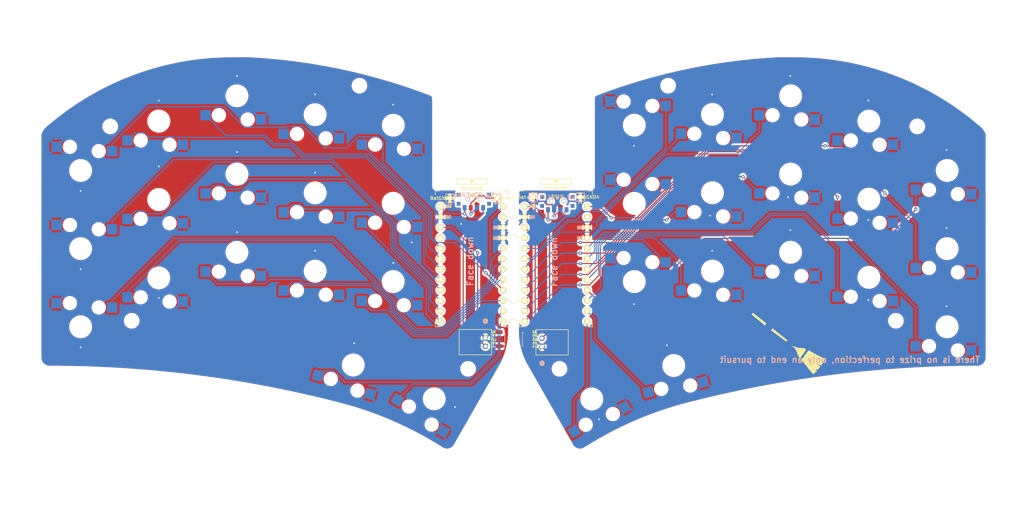
<source format=kicad_pcb>
(kicad_pcb (version 20241229) (generator "pcbnew") (generator_version "9.0")
  (layers (0 "F.Cu" signal) (2 "B.Cu" signal) (13 "F.Paste" user) (15 "B.Paste" user) (5 "F.SilkS" user "F.Silkscreen") (7 "B.SilkS" user "B.Silkscreen") (1 "F.Mask" user) (3 "B.Mask" user) (25 "Edge.Cuts" user))
  (net 0 "")
  (net 1 "BT+")
  (net 2 "gnd")
  (net 3 "vcc")
  (net 4 "Switch18")
  (net 5 "reset")
  (net 6 "Switch1")
  (net 7 "Switch2")
  (net 8 "Switch3")
  (net 9 "Switch4")
  (net 10 "Switch5")
  (net 11 "Switch6")
  (net 12 "Switch7")
  (net 13 "Switch8")
  (net 14 "Switch9")
  (net 15 "Switch10")
  (net 16 "Switch11")
  (net 17 "Switch12")
  (net 18 "Switch13")
  (net 19 "Switch14")
  (net 20 "Switch15")
  (net 21 "Switch16")
  (net 22 "Switch17")
  (net 23 "raw")
  (net 24 "BT+_r")
  (net 25 "Switch18_r")
  (net 26 "reset_r")
  (net 27 "Switch9_r")
  (net 28 "Switch10_r")
  (net 29 "Switch11_r")
  (net 30 "Switch12_r")
  (net 31 "Switch13_r")
  (net 32 "Switch14_r")
  (net 33 "Switch15_r")
  (net 34 "Switch16_r")
  (net 35 "Switch17_r")
  (net 36 "Switch1_r")
  (net 37 "Switch2_r")
  (net 38 "Switch3_r")
  (net 39 "Switch4_r")
  (net 40 "Switch5_r")
  (net 41 "Switch6_r")
  (net 42 "Switch7_r")
  (net 43 "Switch8_r")
  (footprint "kbd:1pin_conn" (layer "F.Cu") (at 146.190005 83.736002)
    (property "Reference" "Bat+r1")
    (property "Value" "MountingHole_Pad" (hide yes))
  )
  (footprint "kbd:1pin_conn" (layer "F.Cu") (at 134.760005 83.736002)
    (property "Reference" "BatGND1")
    (property "Value" "MountingHole_Pad" (hide yes))
  )
  (footprint "kbd:SW_SPST_B3U-1000P" (layer "F.Cu") (at 146.7 118 90)
    (property "Reference" "RSW1" (hide yes))
    (property "Value" "SW_Push")
  )
  (footprint "kbd:ProMicro_v3_min" (layer "F.Cu") (at 140.094 100.246)
    (property "Reference" "U1" (hide yes))
    (property "Value" "ProMicro-kbd" (hide yes))
  )
  (footprint "kbd:1pin_conn" (layer "F.Cu") (at 166.45984 83.482002)
    (property "Reference" "BatGND4")
    (property "Value" "MountingHole_Pad" (hide yes))
  )
  (footprint "kbd:SW_SPST_B3U-1000P" (layer "F.Cu") (at 153.8 118 90)
    (property "Reference" "RSW2" (hide yes))
    (property "Value" "SW_Push")
  )
  (footprint "kbd:1pin_conn" (layer "F.Cu") (at 155.02984 83.482002)
    (property "Reference" "Bat+1")
    (property "Value" "MountingHole_Pad" (hide yes))
  )
  (footprint "Kailh:ferris_broom" (layer "F.Cu") (at 215.84984 118.872 7)
    (property "Reference" "G***" (hide yes))
    (property "Value" "LOGO" (hide yes))
  )
  (footprint "kbd:ProMicro_v3_min" (layer "F.Cu") (at 160.51784 100.246)
    (property "Reference" "U2" (hide yes))
    (property "Value" "ProMicro-kbd" (hide yes))
  )
  (footprint "Duckyb-Parts:mouse-bite-5mm-slot-with-space-for-track" (layer "F.Cu") (at 150.241 90.678)
    (property "Reference" "mouse-bite-5mm-slot" (hide yes))
    (property "Value" "VAL**" (hide yes))
  )
  (footprint "Duckyb-Parts:mouse-bite-5mm-slot-with-space-for-track" (layer "F.Cu") (at 150.241 111.1885)
    (property "Reference" "mouse-bite-5mm-slot" (hide yes))
    (property "Value" "VAL**" (hide yes))
  )
  (footprint "duckyb-footprints:MountingHole_3.35mm" (layer "F.Cu") (at 112.776 56.388)
    (property "Reference" "Mounting 01" (hide yes))
    (property "Value" "MountingHole_3.35mm")
  )
  (footprint "duckyb-footprints:MountingHole_3.35mm" (layer "F.Cu") (at 52.197 66.294)
    (property "Reference" "Mounting 04" (hide yes))
    (property "Value" "MountingHole_3.35mm")
  )
  (footprint "" (layer "F.Cu") (at 57.404 113.538)
    (property "Reference" "")
    (property "Value" "")
  )
  (footprint "other jst:CONN_S2B-PH-K-S_JST" (layer "F.Cu") (at 157.1527 119.7681 90)
    (property "Reference" "REF**")
    (property "Value" "CONN_S2B-PH-K-S_JST")
  )
  (footprint "other jst:CONN_S2B-PH-K-S_JST" (layer "F.Cu") (at 143.4 117.7319 -90)
    (property "Reference" "REF**")
    (property "Value" "CONN_S2B-PH-K-S_JST")
  )
  (footprint "duckyb-footprints:MountingHole_3.35mm" (layer "F.Cu") (at 139.192 125.222)
    (property "Reference" "Mounting 02" (hide yes))
    (property "Value" "MountingHole_3.35mm")
  )
  (footprint "duckyb-footprints:MountingHole_3.35mm" (layer "F.Cu") (at 57.404 113.538)
    (property "Reference" "Mounting 03" (hide yes))
    (property "Value" "MountingHole_3.35mm")
  )
  (footprint "Kailh:SPDT_C128955r" (layer "F.Cu") (at 160.87184 84.498)
    (property "Reference" "SW2")
    (property "Value" "SW_SPDT")
  )
  (footprint "Kailh:SPDT_C128955r" (layer "F.Cu") (at 140.602 83.99)
    (property "Reference" "SW2")
    (property "Value" "SW_SPDT")
  )
  (footprint "Gateron_KS33_Hotswap:Gateron-KS33-Hotswap-1U" (layer "B.Cu") (at 45 77)
    (property "Reference" "SW2")
    (property "Value" "SW_Push")
  )
  (footprint "Gateron_KS33_Hotswap:Gateron-KS33-Hotswap-1U" (layer "B.Cu") (at 64 65 180)
    (property "Reference" "SW3")
    (property "Value" "SW_Push")
  )
  (footprint "Gateron_KS33_Hotswap:Gateron-KS33-Hotswap-1U" (layer "B.Cu") (at 83 58.86 180)
    (property "Reference" "SW4")
    (property "Value" "SW_Push")
  )
  (footprint "Gateron_KS33_Hotswap:Gateron-KS33-Hotswap-1U" (layer "B.Cu") (at 101.994 63.432 180)
    (property "Reference" "SW5")
    (property "Value" "SW_Push")
  )
  (footprint "Gateron_KS33_Hotswap:Gateron-KS33-Hotswap-1U" (layer "B.Cu") (at 121 66 180)
    (property "Reference" "SW6")
    (property "Value" "SW_Push")
  )
  (footprint "Gateron_KS33_Hotswap:Gateron-KS33-Hotswap-1U" (layer "B.Cu") (at 45 96)
    (property "Reference" "SW8")
    (property "Value" "SW_Push")
  )
  (footprint "Gateron_KS33_Hotswap:Gateron-KS33-Hotswap-1U" (layer "B.Cu") (at 64 84.074 180)
    (property "Reference" "SW9")
    (property "Value" "SW_Push")
  )
  (footprint "Gateron_KS33_Hotswap:Gateron-KS33-Hotswap-1U" (layer "B.Cu") (at 83 77.878 180)
    (property "Reference" "SW10")
    (property "Value" "SW_Push")
  )
  (footprint "Gateron_KS33_Hotswap:Gateron-KS33-Hotswap-1U" (layer "B.Cu") (at 102 82.45 180)
    (property "Reference" "SW11")
    (property "Value" "SW_Push")
  )
  (footprint "Gateron_KS33_Hotswap:Gateron-KS33-Hotswap-1U" (layer "B.Cu") (at 120.98 84.99 180)
    (property "Reference" "SW12")
    (property "Value" "SW_Push")
  )
  (footprint "Gateron_KS33_Hotswap:Gateron-KS33-Hotswap-1U" (layer "B.Cu") (at 45 115)
    (property "Reference" "SW14")
    (property "Value" "SW_Push")
  )
  (footprint "Gateron_KS33_Hotswap:Gateron-KS33-Hotswap-1U" (layer "B.Cu") (at 64.008 103.124 180)
    (property "Reference" "SW15")
    (property "Value" "SW_Push")
  )
  (footprint "Gateron_KS33_Hotswap:Gateron-KS33-Hotswap-1U" (layer "B.Cu") (at 83 96.896 180)
    (property "Reference" "SW16")
    (property "Value" "SW_Push")
  )
  (footprint "Gateron_KS33_Hotswap:Gateron-KS33-Hotswap-1U" (layer "B.Cu") (at 102 101.468 180)
    (property "Reference" "SW17")
    (property "Value" "SW_Push")
  )
  (footprint "Gateron_KS33_Hotswap:Gateron-KS33-Hotswap-1U" (layer "B.Cu") (at 111.272 124.288 165)
    (property "Reference" "SW20")
    (property "Value" "SW_Push")
  )
  (footprint "Gateron_KS33_Hotswap:Gateron-KS33-Hotswap-1U" (layer "B.Cu") (at 130.95 132.504 150)
    (property "Reference" "SW21")
    (property "Value" "SW_Push")
  )
  (footprint "Kailh:SPDT_C128955" (layer "B.Cu") (at 140.602 83.99 180)
    (property "Reference" "SW_POWERR1")
    (property "Value" "SW_SPDT")
  )
  (footprint "Gateron_KS33_Hotswap:Gateron-KS33-Hotswap-1U" (layer "B.Cu") (at 120.98 104.008 180)
    (property "Reference" "SW18")
    (property "Value" "SW_Push")
  )
  (footprint "Kailh:SPDT_C128955" (layer "B.Cu") (at 160.87184 84.498 180)
    (property "Reference" "SW_POWER1")
    (property "Value" "SW_SPDT")
  )
  (footprint "Gateron_KS33_Hotswap:Gateron-KS33-Hotswap-1U" (layer "B.Cu") (at 198.58584 82.418 180)
    (property "Reference" "SW10_r1")
    (property "Value" "SW_Push")
  )
  (footprint "Gateron_KS33_Hotswap:Gateron-KS33-Hotswap-1U" (layer "B.Cu") (at 255.63184 115 180)
    (property "Reference" "SW12_r1")
    (property "Value" "SW_Push")
  )
  (footprint "Gateron_KS33_Hotswap:Gateron-KS33-Hotswap-1U" (layer "B.Cu") (at 217.58784 96.896 180)
    (property "Reference" "SW14_r1")
    (property "Value" "SW_Push")
  )
  (footprint "Gateron_KS33_Hotswap:Gateron-KS33-Hotswap-1U" (layer "B.Cu") (at 198.58584 101.468 180)
    (property "Reference" "SW15_r1")
    (property "Value" "SW_Push")
  )
  (footprint "Gateron_KS33_Hotswap:Gateron-KS33-Hotswap-1U" (layer "B.Cu") (at 198.58584 63.368 180)
    (property "Reference" "SW5_r1")
    (property "Value" "SW_Push")
  )
  (footprint "Gateron_KS33_Hotswap:Gateron-KS33-Hotswap-1U" (layer "B.Cu") (at 236.61384 65 180)
    (property "Reference" "SW3_r1")
    (property "Value" "SW_Push")
  )
  (footprint "Gateron_KS33_Hotswap:Gateron-KS33-Hotswap-1U" (layer "B.Cu") (at 217.58784 58.86 180)
    (property "Reference" "SW4_r1")
    (property "Value" "SW_Push")
  )
  (footprint "Gateron_KS33_Hotswap:Gateron-KS33-Hotswap-1U" (layer "B.Cu") (at 236.61384 83.974 180)
    (property "Reference" "SW8_r1")
    (property "Value" "SW_Push")
  )
  (footprint "Gateron_KS33_Hotswap:Gateron-KS33-Hotswap-1U" (layer "B.Cu") (at 217.58784 77.878 180)
    (property "Reference" "SW9_r1")
    (property "Value" "SW_Push")
  )
  (footprint "Gateron_KS33_Hotswap:Gateron-KS33-Hotswap-1U" (layer "B.Cu") (at 236.61384 102.992 180)
    (property "Reference" "SW13_r1")
    (property "Value" "SW_Push")
  )
  (footprint "Gateron_KS33_Hotswap:Gateron-KS33-Hotswap-1U" (layer "B.Cu") (at 179.58584 84.99)
    (property "Reference" "SW11_r1")
    (property "Value" "SW_Push")
  )
  (footprint "Gateron_KS33_Hotswap:Gateron-KS33-Hotswap-1U" (layer "B.Cu") (at 255.63184 96 180)
    (property "Reference" "SW7_r1")
    (property "Value" "SW_Push")
  )
  (footprint "Gateron_KS33_Hotswap:Gateron-KS33-Hotswap-1U" (layer "B.Cu") (at 255.63184 77 180)
    (property "Reference" "SW2_r1")
    (property "Value" "SW_Push")
  )
  (footprint "Gateron_KS33_Hotswap:Gateron-KS33-Hotswap-1U" (layer "B.Cu") (at 179.58584 66)
    (property "Reference" "SW6_r1")
    (property "Value" "SW_Push")
  )
  (footprint "Gateron_KS33_Hotswap:Gateron-KS33-Hotswap-1U" (layer "B.Cu") (at 189.17984 124.41 -165)
    (property "Reference" "SW20")
    (property "Value" "SW_Push")
  )
  (footprint "Gateron_KS33_Hotswap:Gateron-KS33-Hotswap-1U" (layer "B.Cu") (at 179.58584 104.008)
    (property "Reference" "SW16_r1")
    (property "Value" "SW_Push")
  )
  (footprint "Gateron_KS33_Hotswap:Gateron-KS33-Hotswap-1U" (layer "B.Cu") (at 169.251 132.542 -150)
    (property "Reference" "SW21")
    (property "Value" "SW_Push")
  )
  (footprint "duckyb-footprints:MountingHole_3.35mm" (layer "B.Cu") (at 187.81184 56.388 180)
    (property "Reference" "Mounting 01" (hide yes))
    (property "Value" "MountingHole_3.35mm")
  )
  (footprint "duckyb-footprints:MountingHole_3.35mm" (layer "B.Cu") (at 161.39584 125.222 180)
    (property "Reference" "Mounting 02" (hide yes))
    (property "Value" "MountingHole_3.35mm")
  )
  (footprint "duckyb-footprints:MountingHole_3.35mm" (layer "B.Cu") (at 243.18384 113.538 180)
    (property "Reference" "Mounting 03" (hide yes))
    (property "Value" "MountingHole_3.35mm")
  )
  (footprint "" (layer "B.Cu") (at 217.58784 77.878 180)
    (property "Reference" "")
    (property "Value" "")
  )
  (footprint "duckyb-footprints:MountingHole_3.35mm" (layer "B.Cu") (at 248.39084 66.294 180)
    (property "Reference" "Mounting 04" (hide yes))
    (property "Value" "MountingHole_3.35mm")
  )
  (gr_arc (start 148.162 81.866) (mid 148.69233 82.08567) (end 148.912 82.616) (stroke (width 0.05)) (layer "Edge.Cuts"))
  (gr_line (start 148.912 93.218) (end 148.912 101.262) (stroke (width 0.05)) (layer "Edge.Cuts"))
  (gr_line (start 131.458 81.868917) (end 148.162 81.866) (stroke (width 0.05)) (layer "Edge.Cuts"))
  (gr_line (start 147.161679 123.613657) (end 135.71 143.699265) (stroke (width 0.05)) (layer "Edge.Cuts"))
  (gr_arc (start 148.924 116.248) (mid 148.462831 120.031316) (end 147.161679 123.613657) (stroke (width 0.05)) (layer "Edge.Cuts"))
  (gr_line (start 148.912 82.616) (end 148.924 88.11) (stroke (width 0.05)) (layer "Edge.Cuts"))
  (gr_line (start 149.2885 88.11) (end 148.924 88.11) (stroke (width 0.05)) (layer "Edge.Cuts"))
  (gr_line (start 149.2885 93.218) (end 148.912 93.218) (stroke (width 0.05)) (layer "Edge.Cuts"))
  (gr_line (start 149.2885 108.628) (end 148.924 108.628) (stroke (width 0.05)) (layer "Edge.Cuts"))
  (gr_line (start 149.2885 113.7285) (end 148.912 113.7285) (stroke (width 0.05)) (layer "Edge.Cuts"))
  (gr_line (start 148.912 101.262) (end 148.924 108.628) (stroke (width 0.05)) (layer "Edge.Cuts"))
  (gr_line (start 148.912 113.7285) (end 148.924 116.248) (stroke (width 0.05)) (layer "Edge.Cuts"))
  (gr_arc (start 131.458 81.868917) (mid 130.750893 81.576024) (end 130.458 80.868917) (stroke (width 0.05)) (layer "Edge.Cuts"))
  (gr_line (start 130.458 80.868917) (end 130.463 59.473) (stroke (width 0.05)) (layer "Edge.Cuts"))
  (gr_arc (start 35.465859 68.23732) (mid 36.022742 67.119147) (end 36.893 66.223) (stroke (width 0.05)) (layer "Edge.Cuts"))
  (gr_arc (start 85.843227 49.463504) (mid 108.303644 52.385453) (end 130.028245 58.79247) (stroke (width 0.05)) (layer "Edge.Cuts"))
  (gr_line (start 37.768 124.474571) (end 37.493002 124.473917) (stroke (width 0.05)) (layer "Edge.Cuts"))
  (gr_arc (start 107.797707 133.384137) (mid 120.821222 137.841207) (end 132.978 144.298) (stroke (width 0.05)) (layer "Edge.Cuts"))
  (gr_arc (start 37.768 124.474571) (mid 73.062876 126.72836) (end 107.797707 133.384137) (stroke (width 0.05)) (layer "Edge.Cuts"))
  (gr_arc (start 37.493002 124.473917) (mid 36.080534 123.924716) (end 35.458001 122.542999) (stroke (width 0.05)) (layer "Edge.Cuts"))
  (gr_arc (start 135.71 143.699265) (mid 134.468995 144.56898) (end 132.978 144.298) (stroke (width 0.05)) (layer "Edge.Cuts"))
  (gr_arc (start 130.028245 58.79247) (mid 130.345034 59.069226) (end 130.463 59.473) (stroke (width 0.05)) (layer "Edge.Cuts"))
  (gr_line (start 35.465859 68.23732) (end 35.458001 122.542999) (stroke (width 0.05)) (layer "Edge.Cuts"))
  (gr_line (start 85.843227 49.463504) (end 81.868 49.468) (stroke (width 0.05)) (layer "Edge.Cuts"))
  (gr_arc (start 36.893 66.223) (mid 57.870705 53.792798) (end 81.868 49.468) (stroke (width 0.05)) (layer "Edge.Cuts"))
  (gr_line (start 168.99984 81.868917) (end 152.29584 81.866) (stroke (width 0.05)) (layer "Edge.Cuts"))
  (gr_line (start 151.54584 113.7285) (end 151.53384 116.248) (stroke (width 0.05)) (layer "Edge.Cuts"))
  (gr_line (start 153.280536 123.57215) (end 164.74784 143.699265) (stroke (width 0.05)) (layer "Edge.Cuts"))
  (gr_line (start 264.991981 68.23732) (end 264.999839 122.542999) (stroke (width 0.05)) (layer "Edge.Cuts"))
  (gr_line (start 214.614716 49.465561) (end 218.58984 49.468) (stroke (width 0.05)) (layer "Edge.Cuts"))
  (gr_line (start 151.54584 101.262) (end 151.53384 108.628) (stroke (width 0.05)) (layer "Edge.Cuts"))
  (gr_arc (start 151.54584 82.616) (mid 151.76551 82.08567) (end 152.29584 81.866) (stroke (width 0.05)) (layer "Edge.Cuts"))
  (gr_line (start 151.54584 93.218) (end 151.54584 101.262) (stroke (width 0.05)) (layer "Edge.Cuts"))
  (gr_arc (start 167.47984 144.298) (mid 179.636498 137.840747) (end 192.659669 133.38233) (stroke (width 0.05)) (layer "Edge.Cuts"))
  (gr_arc (start 218.58984 49.468) (mid 242.587135 53.792799) (end 263.56484 66.223) (stroke (width 0.05)) (layer "Edge.Cuts"))
  (gr_arc (start 192.659669 133.38233) (mid 227.394847 126.727903) (end 262.68984 124.474571) (stroke (width 0.05)) (layer "Edge.Cuts"))
  (gr_arc (start 167.47984 144.298) (mid 165.988845 144.56898) (end 164.74784 143.699265) (stroke (width 0.05)) (layer "Edge.Cuts"))
  (gr_arc (start 153.280536 123.57215) (mid 151.990927 120.009347) (end 151.53384 116.248) (stroke (width 0.05)) (layer "Edge.Cuts"))
  (gr_line (start 151.54584 82.616) (end 151.53384 88.11) (stroke (width 0.05)) (layer "Edge.Cuts"))
  (gr_arc (start 169.99984 80.868917) (mid 169.706947 81.576024) (end 168.99984 81.868917) (stroke (width 0.05)) (layer "Edge.Cuts"))
  (gr_line (start 169.99984 80.868917) (end 169.99484 59.473) (stroke (width 0.05)) (layer "Edge.Cuts"))
  (gr_arc (start 263.56484 66.223) (mid 264.435098 67.119147) (end 264.991981 68.23732) (stroke (width 0.05)) (layer "Edge.Cuts"))
  (gr_arc (start 170.429595 58.79247) (mid 192.154223 52.385977) (end 214.614716 49.465561) (stroke (width 0.05)) (layer "Edge.Cuts"))
  (gr_line (start 262.68984 124.474571) (end 262.964838 124.473917) (stroke (width 0.05)) (layer "Edge.Cuts"))
  (gr_arc (start 264.999839 122.542999) (mid 264.377307 123.924717) (end 262.964838 124.473917) (stroke (width 0.05)) (layer "Edge.Cuts"))
  (gr_arc (start 169.99484 59.473) (mid 170.112806 59.069226) (end 170.429595 58.79247) (stroke (width 0.05)) (layer "Edge.Cuts"))
  (gr_line (start 151.53384 88.11) (end 151.1935 88.11) (stroke (width 0.05)) (layer "Edge.Cuts"))
  (gr_line (start 151.54584 93.218) (end 151.1935 93.218) (stroke (width 0.05)) (layer "Edge.Cuts"))
  (gr_arc (start 149.288501 113.7285) (mid 150.241 113.083627) (end 151.193499 113.728501) (stroke (width 0.05)) (layer "Edge.Cuts"))
  (gr_line (start 151.53384 108.628) (end 151.1935 108.628) (stroke (width 0.05)) (layer "Edge.Cuts"))
  (gr_arc (start 149.288501 93.218) (mid 150.241 92.573127) (end 151.193499 93.218001) (stroke (width 0.05)) (layer "Edge.Cuts"))
  (gr_line (start 151.54584 113.7285) (end 151.1935 113.7285) (stroke (width 0.05)) (layer "Edge.Cuts"))
  (gr_arc (start 151.193499 108.628) (mid 150.241 109.285937) (end 149.288501 108.627999) (stroke (width 0.05)) (layer "Edge.Cuts"))
  (gr_arc (start 151.193499 88.11) (mid 150.241 88.772807) (end 149.288501 88.109999) (stroke (width 0.05)) (layer "Edge.Cuts"))
  (gr_text "Face down" (at 160.10984 99.23 90) (layer "B.SilkS") (effects (font (size 1.5 1.5) (thickness 0.3))))
  (gr_text "There is no prize to perfection, only an end to pursuit" (at 232 123 0) (layer "B.SilkS") (effects (font (size 1.5 1.5) (thickness 0.3)) (justify mirror)))
  (gr_text "**" (at 146.190005 85.387002 0) (layer "B.SilkS") (effects (font (size 0.8128 0.8128)) (justify mirror)))
  (gr_text "Face down" (at 139.7 99.06 90) (layer "B.SilkS") (effects (font (size 1.5 1.5) (thickness 0.3))))
  (segment (start 160.10984 86.585) (end 160.12184 86.573) (width 0.25) (layer "F.Cu") (net 1))
  (segment (start 160.10984 88.054) (end 160.10984 86.585) (width 0.25) (layer "F.Cu") (net 1))
  (segment (start 157.558842 84.5) (end 156.04784 84.5) (width 0.25) (layer "F.Cu") (net 1))
  (segment (start 156.04784 84.5) (end 155.02984 83.482) (width 0.25) (layer "F.Cu") (net 1))
  (segment (start 159.746841 85.323001) (end 158.381843 85.323001) (width 0.25) (layer "F.Cu") (net 1))
  (segment (start 159 115.920799) (end 159 92) (width 0.25) (layer "F.Cu") (net 1))
  (segment (start 159 92) (end 155.5 88.5) (width 0.25) (layer "F.Cu") (net 1))
  (segment (start 158.381843 85.323001) (end 157.558842 84.5) (width 0.25) (layer "F.Cu") (net 1))
  (segment (start 160.12184 85.698) (end 159.746841 85.323001) (width 0.25) (layer "F.Cu") (net 1))
  (segment (start 155.5 83.952162) (end 155.02984 83.482002) (width 0.25) (layer "F.Cu") (net 1))
  (segment (start 155.5 88.5) (end 155.5 83.952162) (width 0.25) (layer "F.Cu") (net 1))
  (segment (start 160.12184 86.573) (end 160.12184 85.698) (width 0.25) (layer "F.Cu") (net 1))
  (segment (start 157.1527 117.768099) (end 159 115.920799) (width 0.25) (layer "F.Cu") (net 1))
  (via (at 160.10984 88.054) (size 0.8) (drill 0.4) (layers "F.Cu" "B.Cu") (net 1))
  (segment (start 160.14084 88.054) (end 161.62184 86.573) (width 0.25) (layer "B.Cu") (net 1))
  (segment (start 160.10984 88.054) (end 160.14084 88.054) (width 0.25) (layer "B.Cu") (net 1))
  (via (at 64 60) (size 0.8) (drill 0.4) (layers "F.Cu" "B.Cu") (net 2))
  (via (at 136 134.5) (size 0.8) (drill 0.4) (layers "F.Cu" "B.Cu") (net 2))
  (via (at 198.5 96.5) (size 0.8) (drill 0.4) (layers "F.Cu" "B.Cu") (net 2))
  (via (at 217 83.5) (size 0.8) (drill 0.4) (layers "F.Cu" "B.Cu") (net 2))
  (via (at 217.5 91.5) (size 0.8) (drill 0.4) (layers "F.Cu" "B.Cu") (net 2))
  (via (at 255.5 91) (size 0.8) (drill 0.4) (layers "F.Cu" "B.Cu") (net 2))
  (via (at 198.5 58.5) (size 0.8) (drill 0.4) (layers "F.Cu" "B.Cu") (net 2))
  (via (at 45 120) (size 0.8) (drill 0.4) (layers "F.Cu" "B.Cu") (net 2))
  (via (at 121 61) (size 0.8) (drill 0.4) (layers "F.Cu" "B.Cu") (net 2))
  (via (at 255.5 110) (size 0.8) (drill 0.4) (layers "F.Cu" "B.Cu") (net 2))
  (via (at 45 82) (size 0.8) (drill 0.4) (layers "F.Cu" "B.Cu") (net 2))
  (via (at 45 101) (size 0.8) (drill 0.4) (layers "F.Cu" "B.Cu") (net 2))
  (via (at 83 92) (size 0.8) (drill 0.4) (layers "F.Cu" "B.Cu") (net 2))
  (via (at 121 99.5) (size 0.8) (drill 0.4) (layers "F.Cu" "B.Cu") (net 2))
  (via (at 187.5 119.5) (size 0.8) (drill 0.4) (layers "F.Cu" "B.Cu") (net 2))
  (via (at 64 108) (size 0.8) (drill 0.4) (layers "F.Cu" "B.Cu") (net 2))
  (via (at 83 54) (size 0.8) (drill 0.4) (layers "F.Cu" "B.Cu") (net 2))
  (via (at 255.5 72) (size 0.8) (drill 0.4) (layers "F.Cu" "B.Cu") (net 2))
  (via (at 125.5 94.5) (size 0.8) (drill 0.4) (layers "F.Cu" "B.Cu") (net 2))
  (via (at 171 137.5) (size 0.8) (drill 0.4) (layers "F.Cu" "B.Cu") (net 2))
  (via (at 102 96.5) (size 0.8) (drill 0.4) (layers "F.Cu" "B.Cu") (net 2))
  (via (at 137.5 90) (size 0.8) (drill 0.4) (layers "F.Cu" "B.Cu") (net 2))
  (via (at 198 88) (size 0.8) (drill 0.4) (layers "F.Cu" "B.Cu") (net 2))
  (via (at 64 76) (size 0.8) (drill 0.4) (layers "F.Cu" "B.Cu") (net 2))
  (via (at 179.5 109.5) (size 0.8) (drill 0.4) (layers "F.Cu" "B.Cu") (net 2))
  (via (at 236.5 108.5) (size 0.8) (drill 0.4) (layers "F.Cu" "B.Cu") (net 2))
  (via (at 179.5 71) (size 0.8) (drill 0.4) (layers "F.Cu" "B.Cu") (net 2))
  (via (at 102 77.5) (size 0.8) (drill 0.4) (layers "F.Cu" "B.Cu") (net 2))
  (via (at 83 72.5) (size 0.8) (drill 0.4) (layers "F.Cu" "B.Cu") (net 2))
  (via (at 236.5 60) (size 0.8) (drill 0.4) (layers "F.Cu" "B.Cu") (net 2))
  (via (at 217.5 54) (size 0.8) (drill 0.4) (layers "F.Cu" "B.Cu") (net 2))
  (via (at 236.5 89) (size 0.8) (drill 0.4) (layers "F.Cu" "B.Cu") (net 2))
  (via (at 111.5 119) (size 0.8) (drill 0.4) (layers "F.Cu" "B.Cu") (net 2))
  (via (at 102 58.5) (size 0.8) (drill 0.4) (layers "F.Cu" "B.Cu") (net 2))
  (segment (start 141.5 97) (end 141.5 111.1) (width 0.25) (layer "F.Cu") (net 5))
  (segment (start 141.5 111.1) (end 146.7 116.3) (width 0.25) (layer "F.Cu") (net 5))
  (via (at 141.5 97) (size 0.8) (drill 0.4) (layers "F.Cu" "B.Cu") (net 5))
  (segment (start 141.5 97) (end 135.348 90.848) (width 0.25) (layer "B.Cu") (net 5))
  (segment (start 135.348 90.848) (end 132.4854 90.848) (width 0.25) (layer "B.Cu") (net 5))
  (segment (start 143.5 101.8826) (end 147.7054 106.088) (width 0.25) (layer "F.Cu") (net 6))
  (via (at 143.5 101.8826) (size 0.8) (drill 0.4) (layers "F.Cu" "B.Cu") (net 6))
  (segment (start 136 94.5) (end 131.69521 94.5) (width 0.25) (layer "B.Cu") (net 6))
  (segment (start 61.663082 61.5) (end 52.6375 70.525582) (width 0.25) (layer "B.Cu") (net 6))
  (segment (start 112.339082 68.824) (end 109.663082 71.5) (width 0.25) (layer "B.Cu") (net 6))
  (segment (start 117.377065 68.824) (end 112.339082 68.824) (width 0.25) (layer "B.Cu") (net 6))
  (segment (start 84.836935 66.5) (end 79.836935 61.5) (width 0.25) (layer "B.Cu") (net 6))
  (segment (start 104.258935 71.5) (end 99.014935 66.256) (width 0.25) (layer "B.Cu") (net 6))
  (segment (start 118.476 69.922935) (end 117.377065 68.824) (width 0.25) (layer "B.Cu") (net 6))
  (segment (start 95.031 66.5) (end 84.836935 66.5) (width 0.25) (layer "B.Cu") (net 6))
  (segment (start 130.402 87.10169) (end 118.476 75.17569) (width 0.25) (layer "B.Cu") (net 6))
  (segment (start 95.275 66.256) (end 95.031 66.5) (width 0.25) (layer "B.Cu") (net 6))
  (segment (start 143.3826 101.8826) (end 136 94.5) (width 0.25) (layer "B.Cu") (net 6))
  (segment (start 130.402 93.20679) (end 130.402 87.10169) (width 0.25) (layer "B.Cu") (net 6))
  (segment (start 118.476 75.17569) (end 118.476 69.922935) (width 0.25) (layer "B.Cu") (net 6))
  (segment (start 143.5 101.8826) (end 143.3826 101.8826) (width 0.25) (layer "B.Cu") (net 6))
  (segment (start 52.6375 70.525582) (end 52.6375 72.3) (width 0.25) (layer "B.Cu") (net 6))
  (segment (start 131.69521 94.5) (end 130.402 93.20679) (width 0.25) (layer "B.Cu") (net 6))
  (segment (start 109.663082 71.5) (end 104.258935 71.5) (width 0.25) (layer "B.Cu") (net 6))
  (segment (start 99.014935 66.256) (end 95.275 66.256) (width 0.25) (layer "B.Cu") (net 6))
  (segment (start 79.836935 61.5) (end 61.663082 61.5) (width 0.25) (layer "B.Cu") (net 6))
  (segment (start 67.377065 68.874) (end 61.427065 68.874) (width 0.25) (layer "B.Cu") (net 7))
  (segment (start 91.81319 70.951) (end 89.81319 68.951) (width 0.25) (layer "B.Cu") (net 7))
  (segment (start 114.402 73.902) (end 98.85088 73.902) (width 0.25) (layer "B.Cu") (net 7))
  (segment (start 128.451 99.5136) (end 128.451 87.951) (width 0.25) (layer "B.Cu") (net 7))
  (segment (start 67.454065 68.951) (end 67.377065 68.874) (width 0.25) (layer "B.Cu") (net 7))
  (segment (start 132.4854 103.548) (end 128.451 99.5136) (width 0.25) (layer "B.Cu") (net 7))
  (segment (start 58.2385 67.824) (end 56.3625 69.7) (width 0.25) (layer "B.Cu") (net 7))
  (segment (start 95.89988 70.951) (end 91.81319 70.951) (width 0.25) (layer "B.Cu") (net 7))
  (segment (start 98.85088 73.902) (end 95.89988 70.951) (width 0.25) (layer "B.Cu") (net 7))
  (segment (start 128.451 87.951) (end 114.402 73.902) (width 0.25) (layer "B.Cu") (net 7))
  (segment (start 89.81319 68.951) (end 67.454065 68.951) (width 0.25) (layer "B.Cu") (net 7))
  (segment (start 61.427065 68.874) (end 60.377065 67.824) (width 0.25) (layer "B.Cu") (net 7))
  (segment (start 60.377065 67.824) (end 58.2385 67.824) (width 0.25) (layer "B.Cu") (net 7))
  (segment (start 114.58881 73.451) (end 99.03769 73.451) (width 0.25) (layer "B.Cu") (net 8))
  (segment (start 128.951 97.4736) (end 128.951 87.81319) (width 0.25) (layer "B.Cu") (net 8))
  (segment (start 99.03769 73.451) (end 96.08669 70.5) (width 0.25) (layer "B.Cu") (net 8))
  (segment (start 80.3025 68.5) (end 75.3625 63.56) (width 0.25) (layer "B.Cu") (net 8))
  (segment (start 90 68.5) (end 80.3025 68.5) (width 0.25) (layer "B.Cu") (net 8))
  (segment (start 128.951 87.81319) (end 114.58881 73.451) (width 0.25) (layer "B.Cu") (net 8))
  (segment (start 96.08669 70.5) (end 92 70.5) (width 0.25) (layer "B.Cu") (net 8))
  (segment (start 132.4854 101.008) (end 128.951 97.4736) (width 0.25) (layer "B.Cu") (net 8))
  (segment (start 92 70.5) (end 90 68.5) (width 0.25) (layer "B.Cu") (net 8))
  (segment (start 99.2245 73) (end 94.3565 68.132) (width 0.25) (layer "B.Cu") (net 9))
  (segment (start 129.5 87.47531) (end 115.02469 73) (width 0.25) (layer "B.Cu") (net 9))
  (segment (start 132.4854 98.468) (end 129.5 95.4826) (width 0.25) (layer "B.Cu") (net 9))
  (segment (start 115.02469 73) (end 99.2245 73) (width 0.25) (layer "B.Cu") (net 9))
  (segment (start 129.5 95.4826) (end 129.5 87.47531) (width 0.25) (layer "B.Cu") (net 9))
  (segment (start 129.951 87.2885) (end 113.3625 70.7) (width 0.25) (layer "B.Cu") (net 10))
  (segment (start 129.951 93.3936) (end 129.951 87.2885) (width 0.25) (layer "B.Cu") (net 10))
  (segment (start 132.4854 95.928) (end 129.951 93.3936) (width 0.25) (layer "B.Cu") (net 10))
  (segment (start 67.647 74.353) (end 52.6375 89.3625) (width 0.25) (layer "B.Cu") (net 11))
  (segment (start 121.704 89.851989) (end 106.205011 74.353) (width 0.25) (layer "B.Cu") (net 11))
  (segment (start 121.704 95.3066) (end 121.704 89.851989) (width 0.25) (layer "B.Cu") (net 11))
  (segment (start 132.4854 106.088) (end 121.704 95.3066) (width 0.25) (layer "B.Cu") (net 11))
  (segment (start 52.6375 89.3625) (end 52.6375 91.3) (width 0.25) (layer "B.Cu") (net 11))
  (segment (start 106.205011 74.353) (end 67.647 74.353) (width 0.25) (layer "B.Cu") (net 11))
  (segment (start 132.4854 108.333172) (end 132.4854 108.628) (width 0.25) (layer "F.Cu") (net 12))
  (segment (start 132.4854 108.628) (end 130.5 106.6426) (width 0.25) (layer "B.Cu") (net 12))
  (segment (start 60.377065 86.898) (end 58.2385 86.898) (width 0.25) (layer "B.Cu") (net 12))
  (segment (start 58.2385 86.898) (end 56.3625 88.774) (width 0.25) (layer "B.Cu") (net 12))
  (segment (start 121.253 90.038799) (end 106.166201 74.952) (width 0.25) (layer "B.Cu") (net 12))
  (segment (start 130.5 106.6426) (end 130.5 104.74041) (width 0.25) (layer "B.Cu") (net 12))
  (segment (start 64.701522 87.510467) (end 60.989532 87.510467) (width 0.25) (layer "B.Cu") (net 12))
  (segment (start 77.259989 74.952) (end 64.701522 87.510467) (width 0.25) (layer "B.Cu") (net 12))
  (segment (start 130.5 104.74041) (end 121.253 95.49341) (width 0.25) (layer "B.Cu") (net 12))
  (segment (start 60.989532 87.510467) (end 60.377065 86.898) (width 0.25) (layer "B.Cu") (net 12))
  (segment (start 106.166201 74.952) (end 77.259989 74.952) (width 0.25) (layer "B.Cu") (net 12))
  (segment (start 121.253 95.49341) (end 121.253 90.038799) (width 0.25) (layer "B.Cu") (net 12))
  (segment (start 80.175065 81.5) (end 79.377065 80.702) (width 0.25) (layer "B.Cu") (net 13))
  (segment (start 79.377065 80.702) (end 77.2385 80.702) (width 0.25) (layer "B.Cu") (net 13))
  (segment (start 109.66638 79.089989) (end 85.926 79.089989) (width 0.25) (layer "B.Cu") (net 13))
  (segment (start 83.515989 81.5) (end 80.175065 81.5) (width 0.25) (layer "B.Cu") (net 13))
  (segment (start 130.049 108.7316) (end 130.049 104.92722) (width 0.25) (layer "B.Cu") (net 13))
  (segment (start 132.4854 111.168) (end 130.049 108.7316) (width 0.25) (layer "B.Cu") (net 13))
  (segment (start 85.926 79.089989) (end 83.515989 81.5) (width 0.25) (layer "B.Cu") (net 13))
  (segment (start 77.2385 80.702) (end 75.3625 82.578) (width 0.25) (layer "B.Cu") (net 13))
  (segment (start 120.802 90.225609) (end 109.66638 79.089989) (width 0.25) (layer "B.Cu") (net 13))
  (segment (start 120.802 95.68022) (end 120.802 90.225609) (width 0.25) (layer "B.Cu") (net 13))
  (segment (start 130.049 104.92722) (end 120.802 95.68022) (width 0.25) (layer "B.Cu") (net 13))
  (segment (start 98.377065 85.274) (end 96.2385 85.274) (width 0.25) (layer "B.Cu") (net 14))
  (segment (start 116.262581 86.324) (end 99.427065 86.324) (width 0.25) (layer "B.Cu") (net 14))
  (segment (start 96.2385 85.274) (end 94.3625 87.15) (width 0.25) (layer "B.Cu") (net 14))
  (segment (start 120.351 95.86703) (end 120.351 90.412419) (width 0.25) (layer "B.Cu") (net 14))
  (segment (start 129.598 105.11403) (end 120.351 95.86703) (width 0.25) (layer "B.Cu") (net 14))
  (segment (start 99.427065 86.324) (end 98.377065 85.274) (width 0.25) (layer "B.Cu") (net 14))
  (segment (start 132.4854 113.708) (end 129.598 110.8206) (width 0.25) (layer "B.Cu") (net 14))
  (segment (start 129.598 110.8206) (end 129.598 105.11403) (width 0.25) (layer "B.Cu") (net 14))
  (segment (start 120.351 90.412419) (end 116.262581 86.324) (width 0.25) (layer "B.Cu") (net 14))
  (segment (start 113.3425 89.69) (end 129 105.3475) (width 0.25) (layer "B.Cu") (net 15))
  (segment (start 132 115) (end 133 115) (width 0.25) (layer "B.Cu") (net 15))
  (segment (start 129 112) (end 132 115) (width 0.25) (layer "B.Cu") (net 15))
  (segment (start 129 105.3475) (end 129 112) (width 0.25) (layer "B.Cu") (net 15))
  (segment (start 133 115) (end 144.549 103.451) (width 0.25) (layer "B.Cu") (net 15))
  (segment (start 144.549 88.9244) (end 147.7054 85.768) (width 0.25) (layer "B.Cu") (net 15))
  (segment (start 144.549 103.451) (end 144.549 88.9244) (width 0.25) (layer "B.Cu") (net 15))
  (segment (start 133.18681 115.451) (end 145 103.63781) (width 0.25) (layer "B.Cu") (net 16))
  (segment (start 52.6375 108.657582) (end 52.6375 110.3) (width 0.25) (layer "B.Cu") (net 16))
  (segment (start 145 98.6334) (end 145 103.63781) (width 0.25) (layer "B.Cu") (net 16))
  (segment (start 121.5 108.665989) (end 106.334011 93.5) (width 0.25) (layer "B.Cu") (net 16))
  (segment (start 126.619934 115.451) (end 133.18681 115.451) (width 0.25) (layer "B.Cu") (net 16))
  (segment (start 125.834467 114.665533) (end 126.619934 115.451) (width 0.25) (layer "B.Cu") (net 16))
  (segment (start 125.834467 114.665533) (end 121.5 110.331065) (width 0.25) (layer "B.Cu") (net 16))
  (segment (start 67.795082 93.5) (end 52.6375 108.657582) (width 0.25) (layer "B.Cu") (net 16))
  (segment (start 106.334011 93.5) (end 67.795082 93.5) (width 0.25) (layer "B.Cu") (net 16))
  (segment (start 147.7054 95.928) (end 145 98.6334) (width 0.25) (layer "B.Cu") (net 16))
  (segment (start 121.5 110.331065) (end 121.5 108.665989) (width 0.25) (layer "B.Cu") (net 16))
  (segment (start 126.402 115.902) (end 133.37362 115.902) (width 0.25) (layer "B.Cu") (net 17))
  (segment (start 121.049 108.852799) (end 121.049 110.549) (width 0.25) (layer "B.Cu") (net 17))
  (segment (start 126 115.5) (end 126.402 115.902) (width 0.25) (layer "B.Cu") (net 17))
  (segment (start 68.9495 93.97) (end 106.166201 93.97) (width 0.25) (layer "B.Cu") (net 17))
  (segment (start 121.049 110.549) (end 126 115.5) (width 0.25) (layer "B.Cu") (net 17))
  (segment (start 56.3705 107.824) (end 56.3705 106.549) (width 0.25) (layer "B.Cu") (net 17))
  (segment (start 56.3705 106.549) (end 68.9495 93.97) (width 0.25) (layer "B.Cu") (net 17))
  (segment (start 106.166201 93.97) (end 121.049 108.852799) (width 0.25) (layer "B.Cu") (net 17))
  (segment (start 145.5 103.77562) (end 145.5 100.6734) (width 0.25) (layer "B.Cu") (net 17))
  (segment (start 133.37362 115.902) (end 145.5 103.77562) (width 0.25) (layer "B.Cu") (net 17))
  (segment (start 145.5 100.6734) (end 147.7054 98.468) (width 0.25) (layer "B.Cu") (net 17))
  (segment (start 147.206 101.008) (end 147.7054 101.008) (width 0.25) (layer "F.Cu") (net 18))
  (segment (start 146 102.7134) (end 147.7054 101.008) (width 0.25) (layer "B.Cu") (net 18))
  (segment (start 78.2885 104.522) (end 89.978 104.522) (width 0.25) (layer "B.Cu") (net 18))
  (segment (start 146 103.91343) (end 146 102.7134) (width 0.25) (layer "B.Cu") (net 18))
  (segment (start 126.21519 116.353) (end 133.56043 116.353) (width 0.25) (layer "B.Cu") (net 18))
  (segment (start 91 103.5) (end 98.222875 103.5) (width 0.25) (layer "B.Cu") (net 18))
  (segment (start 98.222875 103.5) (end 99.229342 104.506467) (width 0.25) (layer "B.Cu") (net 18))
  (segment (start 120.598 110.73581) (end 126.21519 116.353) (width 0.25) (layer "B.Cu") (net 18))
  (segment (start 133.56043 116.353) (end 146 103.91343) (width 0.25) (layer "B.Cu") (net 18))
  (segment (start 89.978 104.522) (end 91 103.5) (width 0.25) (layer "B.Cu") (net 18))
  (segment (start 99.229342 104.506467) (end 116.064858 104.506467) (width 0.25) (layer "B.Cu") (net 18))
  (segment (start 116.064858 104.506467) (end 120.598 109.039609) (width 0.25) (layer "B.Cu") (net 18))
  (segment (start 75.3625 101.596) (end 78.2885 104.522) (width 0.25) (layer "B.Cu") (net 18))
  (segment (start 120.598 109.039609) (end 120.598 110.73581) (width 0.25) (layer "B.Cu") (net 18))
  (segment (start 147.7054 103.548) (end 147.7054 104.208026) (width 0.25) (layer "B.Cu") (net 19))
  (segment (start 133.74724 116.804) (end 147.00324 103.548) (width 0.25) (layer "B.Cu") (net 19))
  (segment (start 147.00324 103.548) (end 147.7054 103.548) (width 0.25) (layer "B.Cu") (net 19))
  (segment (start 94.3625 106.168) (end 96.2385 104.292) (width 0.25) (layer "B.Cu") (net 19))
  (segment (start 99.042532 104.957467) (end 115.878048 104.957467) (width 0.25) (layer "B.Cu") (net 19))
  (segment (start 96.2385 104.292) (end 98.377065 104.292) (width 0.25) (layer "B.Cu") (net 19))
  (segment (start 98.377065 104.292) (end 99.042532 104.957467) (width 0.25) (layer "B.Cu") (net 19))
  (segment (start 126.02838 116.804) (end 133.74724 116.804) (width 0.25) (layer "B.Cu") (net 19))
  (segment (start 120.147 110.92262) (end 126.02838 116.804) (width 0.25) (layer "B.Cu") (net 19))
  (segment (start 120.147 109.226419) (end 120.147 110.92262) (width 0.25) (layer "B.Cu") (net 19))
  (segment (start 115.878048 104.957467) (end 120.147 109.226419) (width 0.25) (layer "B.Cu") (net 19))
  (segment (start 125.84157 117.255) (end 133.93405 117.255) (width 0.25) (layer "B.Cu") (net 20))
  (segment (start 115.6345 111) (end 119.58657 111) (width 0.25) (layer "B.Cu") (net 20))
  (segment (start 142.56105 108.628) (end 147.7054 108.628) (width 0.25) (layer "B.Cu") (net 20))
  (segment (start 113.3425 108.708) (end 115.6345 111) (width 0.25) (layer "B.Cu") (net 20))
  (segment (start 133.93405 117.255) (end 142.56105 108.628) (width 0.25) (layer "B.Cu") (net 20))
  (segment (start 119.58657 111) (end 125.84157 117.255) (width 0.25) (layer "B.Cu") (net 20))
  (segment (start 103.719325 125.810088) (end 102.678292 126.851121) (width 0.25) (layer "B.Cu") (net 21))
  (segment (start 147.7054 111.168) (end 146.5 112.3734) (width 0.25) (layer "B.Cu") (net 21))
  (segment (start 106.579583 125.810088) (end 103.719325 125.810088) (width 0.25) (layer "B.Cu") (net 21))
  (segment (start 139.896078 128.466112) (end 109.235607 128.466112) (width 0.25) (layer "B.Cu") (net 21))
  (segment (start 109.235607 128.466112) (end 106.579583 125.810088) (width 0.25) (layer "B.Cu") (net 21))
  (segment (start 146.5 121.86219) (end 139.896078 128.466112) (width 0.25) (layer "B.Cu") (net 21))
  (segment (start 146.5 112.3734) (end 146.5 121.86219) (width 0.25) (layer "B.Cu") (net 21))
  (segment (start 147.7054 113.708) (end 147.5 113.9134) (width 0.25) (layer "B.Cu") (net 22))
  (segment (start 146.951 122.049) (end 140.082888 128.917112) (width 0.25) (layer "B.Cu") (net 22))
  (segment (start 146.951 114.4624) (end 146.951 122.049) (width 0.25) (layer "B.Cu") (net 22))
  (segment (start 125.824188 128.917112) (end 121.985731 132.755569) (width 0.25) (layer "B.Cu") (net 22))
  (segment (start 147.7054 113.708) (end 146.951 114.4624) (width 0.25) (layer "B.Cu") (net 22))
  (segment (start 140.082888 128.917112) (end 125.824188 128.917112) (width 0.25) (layer "B.Cu") (net 22))
  (segment (start 138.352 87.51) (end 138.352 87.51) (width 0.25) (layer "F.Cu") (net 23))
  (segment (start 138.352 86.065) (end 138.352 87.51) (width 0.25) (layer "F.Cu") (net 23))
  (segment (start 158.62184 89) (end 158.62184 86.573) (width 0.25) (layer "F.Cu") (net 23))
  (via (at 158.62184 89) (size 0.8) (drill 0.4) (layers "F.Cu" "B.Cu") (net 23))
  (via (at 138.352 87.51) (size 0.8) (drill 0.4) (layers "F.Cu" "B.Cu") (net 23))
  (segment (start 160.86984 89) (end 163.12184 86.748) (width 0.25) (layer "B.Cu") (net 23))
  (segment (start 132.4854 85.768) (end 134.2274 87.51) (width 0.25) (layer "B.Cu") (net 23))
  (segment (start 155.38984 85.768) (end 152.90924 85.768) (width 0.25) (layer "B.Cu") (net 23))
  (segment (start 141.878 88.5) (end 139.342 88.5) (width 0.25) (layer "B.Cu") (net 23))
  (segment (start 163.12184 86.748) (end 163.12184 86.573) (width 0.25) (layer "B.Cu") (net 23))
  (segment (start 139.342 88.5) (end 138.352 87.51) (width 0.25) (layer "B.Cu") (net 23))
  (segment (start 158.62184 89) (end 160.86984 89) (width 0.25) (layer "B.Cu") (net 23))
  (segment (start 142.852 87.526) (end 141.878 88.5) (width 0.25) (layer "B.Cu") (net 23))
  (segment (start 158.62184 89) (end 155.38984 85.768) (width 0.25) (layer "B.Cu") (net 23))
  (segment (start 134.2274 87.51) (end 138.352 87.51) (width 0.25) (layer "B.Cu") (net 23))
  (segment (start 142.852 86.065) (end 142.852 87.526) (width 0.25) (layer "B.Cu") (net 23))
  (segment (start 139.852 87.534) (end 139.852 87.534) (width 0.25) (layer "F.Cu") (net 24))
  (segment (start 138 114.331901) (end 138 93.5) (width 0.25) (layer "F.Cu") (net 24))
  (segment (start 143.091997 83.164999) (end 143.662998 83.736) (width 0.25) (layer "F.Cu") (net 24))
  (segment (start 139.852 84.994) (end 141.681001 83.164999) (width 0.25) (layer "F.Cu") (net 24))
  (segment (start 146.190005 85.309995) (end 146.190005 83.736002) (width 0.25) (layer "F.Cu") (net 24))
  (segment (start 138 93.5) (end 146.190005 85.309995) (width 0.25) (layer "F.Cu") (net 24))
  (segment (start 139.852 86.065) (end 139.852 87.534) (width 0.25) (layer "F.Cu") (net 24))
  (segment (start 143.662998 83.736) (end 146.19 83.736) (width 0.25) (layer "F.Cu") (net 24))
  (segment (start 139.852 86.065) (end 139.852 84.994) (width 0.25) (layer "F.Cu") (net 24))
  (segment (start 143.4 119.731901) (end 138 114.331901) (width 0.25) (layer "F.Cu") (net 24))
  (segment (start 141.681001 83.164999) (end 143.091997 83.164999) (width 0.25) (layer "F.Cu") (net 24))
  (via (at 139.852 87.534) (size 0.8) (drill 0.4) (layers "F.Cu" "B.Cu") (net 24))
  (segment (start 141.352 86.065) (end 141.321 86.065) (width 0.25) (layer "B.Cu") (net 24))
  (segment (start 141.321 86.065) (end 139.852 87.534) (width 0.25) (layer "B.Cu") (net 24))
  (segment (start 155.5 93.43876) (end 152.90924 90.848) (width 0.25) (layer "F.Cu") (net 26))
  (segment (start 155.5 114.6) (end 155.5 93.43876) (width 0.25) (layer "F.Cu") (net 26))
  (segment (start 153.8 116.3) (end 155.5 114.6) (width 0.25) (layer "F.Cu") (net 26))
  (segment (start 168.68285 104.81715) (end 170.5 103) (width 0.25) (layer "F.Cu") (net 27))
  (segment (start 170.5 103) (end 171 102.5) (width 0.25) (layer "F.Cu") (net 27))
  (segment (start 175.906858 95.406857) (end 182.313715 89) (width 0.25) (layer "F.Cu") (net 27))
  (segment (start 166.5 104.81715) (end 168.68285 104.81715) (width 0.25) (layer "F.Cu") (net 27))
  (segment (start 171 100.313715) (end 175.906858 95.406857) (width 0.25) (layer "F.Cu") (net 27))
  (segment (start 182.313715 89) (end 187.5 89) (width 0.25) (layer "F.Cu") (net 27))
  (segment (start 171 102.5) (end 171 100.313715) (width 0.25) (layer "F.Cu") (net 27))
  (via (at 187.5 89) (size 0.8) (drill 0.4) (layers "F.Cu" "B.Cu") (net 27))
  (via (at 166.5 104.81715) (size 0.8) (drill 0.4) (layers "F.Cu" "B.Cu") (net 27))
  (segment (start 187.5 89) (end 189.382 87.118) (width 0.25) (layer "B.Cu") (net 27))
  (segment (start 189.382 87.118) (end 190.94834 87.118) (width 0.25) (layer "B.Cu") (net 27))
  (segment (start 166.5 104.81715) (end 161.80009 104.81715) (width 0.25) (layer "B.Cu") (net 27))
  (segment (start 161.80009 104.81715) (end 152.90924 113.708) (width 0.25) (layer "B.Cu") (net 27))
  (segment (start 171.268 85.768) (end 168.12924 85.768) (width 0.25) (layer "F.Cu") (net 28))
  (segment (start 174 88.5) (end 171.268 85.768) (width 0.25) (layer "F.Cu") (net 28))
  (via (at 174 88.5) (size 0.8) (drill 0.4) (layers "F.Cu" "B.Cu") (net 28))
  (segment (start 187.22334 80.29) (end 187.22334 82.27666) (width 0.25) (layer "B.Cu") (net 28))
  (segment (start 181 88.5) (end 174 88.5) (width 0.25) (layer "B.Cu") (net 28))
  (segment (start 181.5 88) (end 181 88.5) (width 0.25) (layer "B.Cu") (net 28))
  (segment (start 187.22334 82.27666) (end 181.5 88) (width 0.25) (layer "B.Cu") (net 28))
  (segment (start 227 93.5) (end 231.259829 93.5) (width 0.25) (layer "B.Cu") (net 29))
  (segment (start 247.99434 110.234511) (end 247.99434 119.7) (width 0.25) (layer "B.Cu") (net 29))
  (segment (start 231.259829 93.5) (end 247.99434 110.234511) (width 0.25) (layer "B.Cu") (net 29))
  (segment (start 172.05724 92) (end 208 92) (width 0.25) (layer "B.Cu") (net 29))
  (segment (start 168.12924 95.928) (end 172.05724 92) (width 0.25) (layer "B.Cu") (net 29))
  (segment (start 212.5 87.5) (end 221 87.5) (width 0.25) (layer "B.Cu") (net 29))
  (segment (start 208 92) (end 212.5 87.5) (width 0.25) (layer "B.Cu") (net 29))
  (segment (start 221 87.5) (end 227 93.5) (width 0.25) (layer "B.Cu") (net 29))
  (segment (start 172.24405 92.451) (end 170 94.69505) (width 0.25) (layer "B.Cu") (net 30))
  (segment (start 212.68681 87.951) (end 208.18681 92.451) (width 0.25) (layer "B.Cu") (net 30))
  (segment (start 208.18681 92.451) (end 172.24405 92.451) (width 0.25) (layer "B.Cu") (net 30))
  (segment (start 228.97634 107.692) (end 228.97634 96.11415) (width 0.25) (layer "B.Cu") (net 30))
  (segment (start 170 94.69505) (end 170 96.59724) (width 0.25) (layer "B.Cu") (net 30))
  (segment (start 220.81319 87.951) (end 212.68681 87.951) (width 0.25) (layer "B.Cu") (net 30))
  (segment (start 228.97634 96.11415) (end 220.81319 87.951) (width 0.25) (layer "B.Cu") (net 30))
  (segment (start 170 96.59724) (end 168.12924 98.468) (width 0.25) (layer "B.Cu") (net 30))
  (segment (start 209.95034 101.596) (end 201.25634 92.902) (width 0.25) (layer "B.Cu") (net 31))
  (segment (start 201.25634 92.902) (end 172.43086 92.902) (width 0.25) (layer "B.Cu") (net 31))
  (segment (start 168.12924 101.008) (end 168.12924 100.977682) (width 0.25) (layer "B.Cu") (net 31))
  (segment (start 172.43086 92.902) (end 170.451 94.88186) (width 0.25) (layer "B.Cu") (net 31))
  (segment (start 170.451 94.88186) (end 170.451 98.68624) (width 0.25) (layer "B.Cu") (net 31))
  (segment (start 170.451 98.68624) (end 168.12924 101.008) (width 0.25) (layer "B.Cu") (net 31))
  (segment (start 184.5 93.353) (end 190.94834 99.80134) (width 0.25) (layer "B.Cu") (net 32))
  (segment (start 168.12924 103.548) (end 170.902 100.77524) (width 0.25) (layer "B.Cu") (net 32))
  (segment (start 170.902 95.06867) (end 172.61767 93.353) (width 0.25) (layer "B.Cu") (net 32))
  (segment (start 172.61767 93.353) (end 184.5 93.353) (width 0.25) (layer "B.Cu") (net 32))
  (segment (start 190.94834 99.80134) (end 190.94834 106.168) (width 0.25) (layer "B.Cu") (net 32))
  (segment (start 170.902 100.77524) (end 170.902 95.06867) (width 0.25) (layer "B.Cu") (net 32))
  (segment (start 168.12924 108.628) (end 171.353 105.40424) (width 0.25) (layer "B.Cu") (net 33))
  (segment (start 181.71934 93.804) (end 187.22334 99.308) (width 0.25) (layer "B.Cu") (net 33))
  (segment (start 172.80448 93.804) (end 181.71934 93.804) (width 0.25) (layer "B.Cu") (net 33))
  (segment (start 171.353 105.40424) (end 171.353 95.25548) (width 0.25) (layer "B.Cu") (net 33))
  (segment (start 171.353 95.25548) (end 172.80448 93.804) (width 0.25) (layer "B.Cu") (net 33))
  (segment (start 170 117.907551) (end 183.019031 130.926582) (width 0.25) (layer "B.Cu") (net 34))
  (segment (start 170 113.03876) (end 170 117.907551) (width 0.25) (layer "B.Cu") (net 34))
  (segment (start 168.12924 111.168) (end 170 113.03876) (width 0.25) (layer "B.Cu") (net 34))
  (segment (start 168.12924 129.525771) (end 164.986731 132.66828) (width 0.25) (layer "B.Cu") (net 35))
  (segment (start 164.986731 132.66828) (end 164.986731 140.431069) (width 0.25) (layer "B.Cu") (net 35))
  (segment (start 168.12924 113.708) (end 168.12924 129.525771) (width 0.25) (layer "B.Cu") (net 35))
  (segment (start 182 108) (end 184 106) (width 0.25) (layer "F.Cu") (net 36))
  (segment (start 180 108) (end 182 108) (width 0.25) (layer "F.Cu") (net 36))
  (segment (start 168.12924 106.088) (end 170.04124 108) (width 0.25) (layer "F.Cu") (net 36))
  (segment (start 241 93.5) (end 248 86.5) (width 0.25) (layer "F.Cu") (net 36))
  (segment (start 236.5 93.5) (end 241 93.5) (width 0.25) (layer "F.Cu") (net 36))
  (segment (start 196.5 93.5) (end 236.5 93.5) (width 0.25) (layer "F.Cu") (net 36))
  (segment (start 184 106) (end 196.5 93.5) (width 0.25) (layer "F.Cu") (net 36))
  (segment (start 170.04124 108) (end 180 108) (width 0.25) (layer "F.Cu") (net 36))
  (via (at 248 86.5) (size 0.8) (drill 0.4) (layers "F.Cu" "B.Cu") (net 36))
  (segment (start 247.99434 86.49434) (end 247.99434 81.7) (width 0.25) (layer "B.Cu") (net 36))
  (segment (start 248 86.5) (end 247.99434 86.49434) (width 0.25) (layer "B.Cu") (net 36))
  (segment (start 182.106915 86.606914) (end 197.713829 71) (width 0.25) (layer "F.Cu") (net 37))
  (segment (start 166.5 94.5) (end 174.213829 94.5) (width 0.25) (layer "F.Cu") (net 37))
  (segment (start 202 71) (end 226 71) (width 0.25) (layer "F.Cu") (net 37))
  (segment (start 174.213829 94.5) (end 182.106915 86.606914) (width 0.25) (layer "F.Cu") (net 37))
  (segment (start 197.713829 71) (end 202 71) (width 0.25) (layer "F.Cu") (net 37))
  (via (at 226 71) (size 0.8) (drill 0.4) (layers "F.Cu" "B.Cu") (net 37))
  (via (at 166.5 94.5) (size 0.8) (drill 0.4) (layers "F.Cu" "B.Cu") (net 37))
  (segment (start 160.95724 95.5) (end 161 95.5) (width 0.25) (layer "B.Cu") (net 37))
  (segment (start 162 94.5) (end 166.5 94.5) (width 0.25) (layer "B.Cu") (net 37))
  (segment (start 226 71) (end 227.67634 71) (width 0.25) (layer "B.Cu") (net 37))
  (segment (start 152.90924 103.548) (end 160.95724 95.5) (width 0.25) (layer "B.Cu") (net 37))
  (segment (start 161 95.5) (end 162 94.5) (width 0.25) (layer "B.Cu") (net 37))
  (segment (start 227.67634 71) (end 228.97634 69.7) (width 0.25) (layer "B.Cu") (net 37))
  (segment (start 152.90924 100.72857) (end 161.63781 92) (width 0.25) (layer "B.Cu") (net 38))
  (segment (start 170.5 89.654525) (end 187.154525 73) (width 0.25) (layer "B.Cu") (net 38))
  (segment (start 161.63781 92) (end 169.007953 92) (width 0.25) (layer "B.Cu") (net 38))
  (segment (start 152.90924 101.008) (end 152.90924 100.72857) (width 0.25) (layer "B.Cu") (net 38))
  (segment (start 169.007953 92) (end 170.5 90.507953) (width 0.25) (layer "B.Cu") (net 38))
  (segment (start 170.5 90.507953) (end 170.5 89.654525) (width 0.25) (layer "B.Cu") (net 38))
  (segment (start 187.154525 73) (end 204.5 73) (width 0.25) (layer "B.Cu") (net 38))
  (segment (start 209.95034 67.54966) (end 209.95034 63.56) (width 0.25) (layer "B.Cu") (net 38))
  (segment (start 204.5 73) (end 209.95034 67.54966) (width 0.25) (layer "B.Cu") (net 38))
  (segment (start 152.90924 98.468) (end 154.532 98.468) (width 0.25) (layer "B.Cu") (net 39))
  (segment (start 170.016715 89.5) (end 190.94834 68.568375) (width 0.25) (layer "B.Cu") (net 39))
  (segment (start 190.94834 68.568375) (end 190.94834 68.068) (width 0.25) (layer "B.Cu") (net 39))
  (segment (start 154.532 98.468) (end 163.5 89.5) (width 0.25) (layer "B.Cu") (net 39))
  (segment (start 163.5 89.5) (end 170.016715 89.5) (width 0.25) (layer "B.Cu") (net 39))
  (segment (start 171.878905 87) (end 187.22334 71.655565) (width 0.25) (layer "B.Cu") (net 40))
  (segment (start 152.90924 95.928) (end 156.43419 95.928) (width 0.25) (layer "B.Cu") (net 40))
  (segment (start 165.451 89.049) (end 167.5 87) (width 0.25) (layer "B.Cu") (net 40))
  (segment (start 156.43419 95.928) (end 163.31319 89.049) (width 0.25) (layer "B.Cu") (net 40))
  (segment (start 167.5 87) (end 171.878905 87) (width 0.25) (layer "B.Cu") (net 40))
  (segment (start 187.22334 71.655565) (end 187.22334 61.3) (width 0.25) (layer "B.Cu") (net 40))
  (segment (start 163.31319 89.049) (end 165.451 89.049) (width 0.25) (layer "B.Cu") (net 40))
  (segment (start 230 72) (end 240.5 82.5) (width 0.25) (layer "F.Cu") (net 41))
  (segment (start 172.249037 97.102602) (end 197.351639 72) (width 0.25) (layer "F.Cu") (net 41))
  (segment (start 228.777829 72) (end 230 72) (width 0.25) (layer "F.Cu") (net 41))
  (segment (start 166.5 97.102602) (end 172.249037 97.102602) (width 0.25) (layer "F.Cu") (net 41))
  (segment (start 197.351639 72) (end 228.777829 72) (width 0.25) (layer "F.Cu") (net 41))
  (via (at 240.5 82.5) (size 0.8) (drill 0.4) (layers "F.Cu" "B.Cu") (net 41))
  (via (at 166.5 97.102602) (size 0.8) (drill 0.4) (layers "F.Cu" "B.Cu") (net 41))
  (segment (start 160 99) (end 159.99724 99) (width 0.25) (layer "B.Cu") (net 41))
  (segment (start 240.5 82.5) (end 247.99434 89.99434) (width 0.25) (layer "B.Cu") (net 41))
  (segment (start 247.99434 89.99434) (end 247.99434 97.00566) (width 0.25) (layer "B.Cu") (net 41))
  (segment (start 161.897398 97.102602) (end 160 99) (width 0.25) (layer "B.Cu") (net 41))
  (segment (start 159.99724 99) (end 152.90924 106.088) (width 0.25) (layer "B.Cu") (net 41))
  (segment (start 166.5 97.102602) (end 161.897398 97.102602) (width 0.25) (layer "B.Cu") (net 41))
  (segment (start 247.99434 97.00566) (end 247.99434 100.7) (width 0.25) (layer "B.Cu") (net 41))
  (segment (start 217.951 72.451) (end 229 83.5) (width 0.25) (layer "F.Cu") (net 42))
  (segment (start 201.5 72.451) (end 217 72.451) (width 0.25) (layer "F.Cu") (net 42))
  (segment (start 217 72.451) (end 217.951 72.451) (width 0.25) (layer "F.Cu") (net 42))
  (segment (start 197.538449 72.451) (end 201.5 72.451) (width 0.25) (layer "F.Cu") (net 42))
  (segment (start 176.744725 93.244724) (end 197.538449 72.451) (width 0.25) (layer "F.Cu") (net 42))
  (segment (start 166.5 99.630887) (end 170.358562 99.630887) (width 0.25) (layer "F.Cu") (net 42))
  (segment (start 170.358562 99.630887) (end 176.744725 93.244724) (width 0.25) (layer "F.Cu") (net 42))
  (via (at 229 83.5) (size 0.8) (drill 0.4) (layers "F.Cu" "B.Cu") (net 42))
  (via (at 166.5 99.630887) (size 0.8) (drill 0.4) (layers "F.Cu" "B.Cu") (net 42))
  (segment (start 161.906353 99.630887) (end 152.90924 108.628) (width 0.25) (layer "B.Cu") (net 42))
  (segment (start 228.97634 83.52366) (end 228.97634 88.674) (width 0.25) (layer "B.Cu") (net 42))
  (segment (start 229 83.5) (end 228.97634 83.52366) (width 0.25) (layer "B.Cu") (net 42))
  (segment (start 166.5 99.630887) (end 161.906353 99.630887) (width 0.25) (layer "B.Cu") (net 42))
  (segment (start 198.5 78.5) (end 206 78.5) (width 0.25) (layer "F.Cu") (net 43))
  (segment (start 166.5 102.277998) (end 168.397907 102.277998) (width 0.25) (layer "F.Cu") (net 43))
  (segment (start 168.397907 102.277998) (end 192.175905 78.5) (width 0.25) (layer "F.Cu") (net 43))
  (segment (start 192.175905 78.5) (end 198.5 78.5) (width 0.25) (layer "F.Cu") (net 43))
  (via (at 166.5 102.277998) (size 0.8) (drill 0.4) (layers "F.Cu" "B.Cu") (net 43))
  (via (at 206 78.5) (size 0.8) (drill 0.4) (layers "F.Cu" "B.Cu") (net 43))
  (segment (start 166.5 102.277998) (end 161.799242 102.277998) (width 0.25) (layer "B.Cu") (net 43))
  (segment (start 161.799242 102.277998) (end 152.90924 111.168) (width 0.25) (layer "B.Cu") (net 43))
  (segment (start 206 78.5) (end 209.95034 82.45034) (width 0.25) (layer "B.Cu") (net 43))
  (segment (start 209.95034 82.45034) (end 209.95034 82.578) (width 0.25) (layer "B.Cu") (net 43))
  (zone (net 2) (net_name "gnd") (layer "F.Cu") (connect_pads (clearance 0.508)) (min_thickness 0.254) (fill yes (thermal_gap 0.508) (thermal_bridge_width 0.508))
    (polygon (pts (xy 27.94 38.1) (xy 271.78 38.1) (xy 271.78 157.48) (xy 27.94 157.48)))
  )
  (zone (net 2) (net_name "gnd") (layer "B.Cu") (connect_pads (clearance 0.508)) (min_thickness 0.254) (fill yes (thermal_gap 0.508) (thermal_bridge_width 0.508))
    (polygon (pts (xy 25.4 35.56) (xy 274.32 35.56) (xy 274.32 160.02) (xy 25.4 160.02)))
  )
)
</source>
